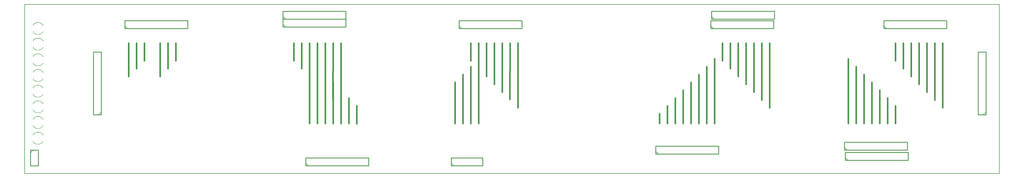
<source format=gto>
G04 MADE WITH FRITZING*
G04 WWW.FRITZING.ORG*
G04 SINGLE SIDED*
G04 HOLES NOT PLATED*
G04 CONTOUR ON CENTER OF CONTOUR VECTOR*
%ASAXBY*%
%FSLAX23Y23*%
%MOIN*%
%OFA0B0*%
%SFA1.0B1.0*%
%ADD10R,12.401600X2.162500X12.385600X2.146500*%
%ADD11C,0.008000*%
%ADD12C,0.010000*%
%ADD13C,0.005000*%
%ADD14C,0.021000*%
%ADD15R,0.001000X0.001000*%
%LNSILK1*%
G90*
G70*
G54D11*
X4Y2159D02*
X12398Y2159D01*
X12398Y4D01*
X4Y4D01*
X4Y2159D01*
D02*
G54D12*
X10426Y302D02*
X11226Y302D01*
D02*
X11226Y302D02*
X11226Y402D01*
D02*
X11226Y402D02*
X10426Y402D01*
D02*
X10426Y402D02*
X10426Y302D01*
G54D13*
D02*
X10461Y302D02*
X10426Y337D01*
G54D12*
D02*
X3576Y102D02*
X4376Y102D01*
D02*
X4376Y102D02*
X4376Y202D01*
D02*
X4376Y202D02*
X3576Y202D01*
D02*
X3576Y202D02*
X3576Y102D01*
G54D13*
D02*
X3611Y102D02*
X3576Y137D01*
G54D12*
D02*
X10926Y1852D02*
X11726Y1852D01*
D02*
X11726Y1852D02*
X11726Y1952D01*
D02*
X11726Y1952D02*
X10926Y1952D01*
D02*
X10926Y1952D02*
X10926Y1852D01*
G54D13*
D02*
X10961Y1852D02*
X10926Y1887D01*
G54D12*
D02*
X8026Y252D02*
X8826Y252D01*
D02*
X8826Y252D02*
X8826Y352D01*
D02*
X8826Y352D02*
X8026Y352D01*
D02*
X8026Y352D02*
X8026Y252D01*
G54D13*
D02*
X8061Y252D02*
X8026Y287D01*
G54D12*
D02*
X8726Y1852D02*
X9526Y1852D01*
D02*
X9526Y1852D02*
X9526Y1952D01*
D02*
X9526Y1952D02*
X8726Y1952D01*
D02*
X8726Y1952D02*
X8726Y1852D01*
G54D13*
D02*
X8761Y1852D02*
X8726Y1887D01*
G54D12*
D02*
X5426Y102D02*
X5826Y102D01*
D02*
X5826Y102D02*
X5826Y202D01*
D02*
X5826Y202D02*
X5426Y202D01*
D02*
X5426Y202D02*
X5426Y102D01*
G54D13*
D02*
X5461Y102D02*
X5426Y137D01*
G54D12*
D02*
X1276Y1852D02*
X2076Y1852D01*
D02*
X2076Y1852D02*
X2076Y1952D01*
D02*
X2076Y1952D02*
X1276Y1952D01*
D02*
X1276Y1952D02*
X1276Y1852D01*
G54D13*
D02*
X1311Y1852D02*
X1276Y1887D01*
G54D12*
D02*
X5526Y1852D02*
X6326Y1852D01*
D02*
X6326Y1852D02*
X6326Y1952D01*
D02*
X6326Y1952D02*
X5526Y1952D01*
D02*
X5526Y1952D02*
X5526Y1852D01*
G54D13*
D02*
X5561Y1852D02*
X5526Y1887D01*
G54D12*
D02*
X10436Y171D02*
X11236Y171D01*
D02*
X11236Y171D02*
X11236Y271D01*
D02*
X11236Y271D02*
X10436Y271D01*
D02*
X10436Y271D02*
X10436Y171D01*
G54D13*
D02*
X10471Y171D02*
X10436Y206D01*
G54D12*
D02*
X8736Y1971D02*
X9536Y1971D01*
D02*
X9536Y1971D02*
X9536Y2071D01*
D02*
X9536Y2071D02*
X8736Y2071D01*
D02*
X8736Y2071D02*
X8736Y1971D01*
G54D13*
D02*
X8771Y1971D02*
X8736Y2006D01*
G54D12*
D02*
X3286Y1971D02*
X4086Y1971D01*
D02*
X4086Y1971D02*
X4086Y2071D01*
D02*
X4086Y2071D02*
X3286Y2071D01*
D02*
X3286Y2071D02*
X3286Y1971D01*
G54D13*
D02*
X3321Y1971D02*
X3286Y2006D01*
G54D12*
D02*
X3286Y1871D02*
X4086Y1871D01*
D02*
X4086Y1871D02*
X4086Y1971D01*
D02*
X4086Y1971D02*
X3286Y1971D01*
D02*
X3286Y1971D02*
X3286Y1871D01*
G54D13*
D02*
X3321Y1871D02*
X3286Y1906D01*
G54D12*
D02*
X12226Y752D02*
X12226Y1552D01*
D02*
X12226Y1552D02*
X12126Y1552D01*
D02*
X12126Y1552D02*
X12126Y752D01*
D02*
X12126Y752D02*
X12226Y752D01*
G54D13*
D02*
X12226Y787D02*
X12191Y752D01*
G54D12*
D02*
X976Y752D02*
X976Y1552D01*
D02*
X976Y1552D02*
X876Y1552D01*
D02*
X876Y1552D02*
X876Y752D01*
D02*
X876Y752D02*
X976Y752D01*
G54D13*
D02*
X976Y787D02*
X941Y752D01*
G54D14*
D02*
X3726Y1140D02*
X3726Y1665D01*
D02*
X10576Y640D02*
X10576Y1365D01*
D02*
X10676Y640D02*
X10676Y1265D01*
D02*
X10776Y640D02*
X10776Y1165D01*
D02*
X10876Y640D02*
X10876Y1065D01*
D02*
X10476Y640D02*
X10476Y1465D01*
D02*
X8876Y1440D02*
X8876Y1665D01*
D02*
X9276Y1040D02*
X9276Y1665D01*
D02*
X9076Y1240D02*
X9076Y1665D01*
D02*
X9176Y1140D02*
X9176Y1665D01*
D02*
X11376Y1665D02*
X11376Y1140D01*
D02*
X10976Y640D02*
X10976Y965D01*
D02*
X11476Y1665D02*
X11476Y1040D01*
D02*
X11676Y1665D02*
X11676Y840D01*
D02*
X11576Y1665D02*
X11576Y940D01*
D02*
X9376Y940D02*
X9376Y1665D01*
D02*
X11276Y1665D02*
X11276Y1240D01*
D02*
X11076Y640D02*
X11076Y865D01*
D02*
X11176Y1665D02*
X11176Y1340D01*
D02*
X11076Y1440D02*
X11076Y1665D01*
D02*
X8976Y1340D02*
X8976Y1665D01*
D02*
X5676Y640D02*
X5676Y1365D01*
D02*
X6276Y840D02*
X6276Y1665D01*
D02*
X5576Y640D02*
X5576Y1265D01*
D02*
X5476Y640D02*
X5476Y1165D01*
D02*
X6076Y1040D02*
X6076Y1665D01*
D02*
X3826Y1040D02*
X3826Y1665D01*
D02*
X6172Y947D02*
X6176Y1665D01*
D02*
X3922Y947D02*
X3926Y1665D01*
D02*
X5976Y1140D02*
X5976Y1665D01*
D02*
X4026Y840D02*
X4026Y1665D01*
D02*
X9476Y840D02*
X9476Y1665D01*
D02*
X8376Y640D02*
X8376Y1065D01*
D02*
X8276Y640D02*
X8276Y965D01*
D02*
X8076Y640D02*
X8076Y765D01*
D02*
X8176Y640D02*
X8176Y865D01*
D02*
X5776Y640D02*
X5776Y1465D01*
D02*
X8676Y640D02*
X8676Y1365D01*
D02*
X8776Y640D02*
X8776Y1465D01*
D02*
X8576Y640D02*
X8576Y1265D01*
D02*
X8476Y640D02*
X8476Y1165D01*
D02*
X3626Y1240D02*
X3626Y1665D01*
D02*
X5876Y1240D02*
X5876Y1665D01*
D02*
X3526Y1340D02*
X3526Y1665D01*
D02*
X5776Y1340D02*
X5776Y1665D01*
D02*
X3426Y1440D02*
X3426Y1665D01*
D02*
X5676Y1440D02*
X5676Y1665D01*
D02*
X1326Y1240D02*
X1326Y1665D01*
D02*
X1726Y1240D02*
X1726Y1665D01*
D02*
X1426Y1340D02*
X1426Y1665D01*
D02*
X1826Y1340D02*
X1826Y1665D01*
D02*
X1526Y1440D02*
X1526Y1665D01*
D02*
X1926Y1440D02*
X1926Y1665D01*
D02*
X4226Y635D02*
X4226Y865D01*
D02*
X3626Y640D02*
X3626Y1465D01*
D02*
X3726Y640D02*
X3726Y1365D01*
D02*
X3826Y640D02*
X3826Y1265D01*
D02*
X4026Y640D02*
X4026Y1065D01*
D02*
X4126Y640D02*
X4126Y965D01*
D02*
X3926Y640D02*
X3926Y1165D01*
G54D12*
D02*
X76Y302D02*
X76Y102D01*
D02*
X76Y102D02*
X176Y102D01*
D02*
X176Y102D02*
X176Y302D01*
D02*
X176Y302D02*
X76Y302D01*
G54D13*
D02*
X76Y267D02*
X111Y302D01*
G54D15*
X168Y1932D02*
X178Y1932D01*
X160Y1931D02*
X186Y1931D01*
X154Y1930D02*
X191Y1930D01*
X151Y1929D02*
X195Y1929D01*
X148Y1928D02*
X198Y1928D01*
X145Y1927D02*
X164Y1927D01*
X181Y1927D02*
X201Y1927D01*
X142Y1926D02*
X158Y1926D01*
X187Y1926D02*
X203Y1926D01*
X140Y1925D02*
X153Y1925D01*
X192Y1925D02*
X206Y1925D01*
X138Y1924D02*
X150Y1924D01*
X195Y1924D02*
X208Y1924D01*
X136Y1923D02*
X147Y1923D01*
X198Y1923D02*
X210Y1923D01*
X134Y1922D02*
X144Y1922D01*
X201Y1922D02*
X211Y1922D01*
X132Y1921D02*
X142Y1921D01*
X203Y1921D02*
X213Y1921D01*
X131Y1920D02*
X140Y1920D01*
X205Y1920D02*
X215Y1920D01*
X129Y1919D02*
X138Y1919D01*
X207Y1919D02*
X216Y1919D01*
X128Y1918D02*
X136Y1918D01*
X209Y1918D02*
X218Y1918D01*
X126Y1917D02*
X134Y1917D01*
X211Y1917D02*
X219Y1917D01*
X125Y1916D02*
X133Y1916D01*
X213Y1916D02*
X221Y1916D01*
X124Y1915D02*
X131Y1915D01*
X214Y1915D02*
X222Y1915D01*
X122Y1914D02*
X130Y1914D01*
X215Y1914D02*
X223Y1914D01*
X121Y1913D02*
X128Y1913D01*
X217Y1913D02*
X224Y1913D01*
X120Y1912D02*
X127Y1912D01*
X218Y1912D02*
X225Y1912D01*
X119Y1911D02*
X126Y1911D01*
X220Y1911D02*
X226Y1911D01*
X118Y1910D02*
X125Y1910D01*
X221Y1910D02*
X227Y1910D01*
X117Y1909D02*
X123Y1909D01*
X222Y1909D02*
X228Y1909D01*
X116Y1908D02*
X122Y1908D01*
X223Y1908D02*
X229Y1908D01*
X115Y1907D02*
X121Y1907D01*
X224Y1907D02*
X230Y1907D01*
X114Y1906D02*
X120Y1906D01*
X225Y1906D02*
X231Y1906D01*
X113Y1905D02*
X119Y1905D01*
X226Y1905D02*
X232Y1905D01*
X112Y1904D02*
X118Y1904D01*
X227Y1904D02*
X233Y1904D01*
X112Y1903D02*
X117Y1903D01*
X228Y1903D02*
X234Y1903D01*
X111Y1902D02*
X116Y1902D01*
X229Y1902D02*
X235Y1902D01*
X110Y1901D02*
X116Y1901D01*
X230Y1901D02*
X235Y1901D01*
X109Y1900D02*
X115Y1900D01*
X231Y1900D02*
X236Y1900D01*
X109Y1899D02*
X114Y1899D01*
X231Y1899D02*
X237Y1899D01*
X109Y1898D02*
X113Y1898D01*
X232Y1898D02*
X238Y1898D01*
X109Y1897D02*
X113Y1897D01*
X233Y1897D02*
X238Y1897D01*
X109Y1896D02*
X113Y1896D01*
X234Y1896D02*
X239Y1896D01*
X109Y1895D02*
X113Y1895D01*
X234Y1895D02*
X240Y1895D01*
X109Y1894D02*
X113Y1894D01*
X235Y1894D02*
X240Y1894D01*
X109Y1893D02*
X113Y1893D01*
X236Y1893D02*
X241Y1893D01*
X109Y1892D02*
X113Y1892D01*
X236Y1892D02*
X241Y1892D01*
X109Y1891D02*
X113Y1891D01*
X237Y1891D02*
X240Y1891D01*
X109Y1890D02*
X113Y1890D01*
X109Y1889D02*
X113Y1889D01*
X109Y1888D02*
X113Y1888D01*
X109Y1887D02*
X113Y1887D01*
X109Y1886D02*
X113Y1886D01*
X110Y1885D02*
X113Y1885D01*
X111Y1884D02*
X111Y1884D01*
X111Y1822D02*
X112Y1822D01*
X110Y1821D02*
X113Y1821D01*
X109Y1820D02*
X113Y1820D01*
X109Y1819D02*
X113Y1819D01*
X109Y1818D02*
X113Y1818D01*
X109Y1817D02*
X113Y1817D01*
X239Y1817D02*
X240Y1817D01*
X109Y1816D02*
X113Y1816D01*
X238Y1816D02*
X241Y1816D01*
X109Y1815D02*
X113Y1815D01*
X237Y1815D02*
X241Y1815D01*
X109Y1814D02*
X113Y1814D01*
X236Y1814D02*
X241Y1814D01*
X109Y1813D02*
X113Y1813D01*
X236Y1813D02*
X241Y1813D01*
X109Y1812D02*
X113Y1812D01*
X235Y1812D02*
X240Y1812D01*
X109Y1811D02*
X113Y1811D01*
X234Y1811D02*
X239Y1811D01*
X109Y1810D02*
X113Y1810D01*
X234Y1810D02*
X239Y1810D01*
X109Y1809D02*
X113Y1809D01*
X233Y1809D02*
X238Y1809D01*
X109Y1808D02*
X113Y1808D01*
X232Y1808D02*
X237Y1808D01*
X109Y1807D02*
X114Y1807D01*
X231Y1807D02*
X237Y1807D01*
X109Y1806D02*
X115Y1806D01*
X230Y1806D02*
X236Y1806D01*
X110Y1805D02*
X116Y1805D01*
X230Y1805D02*
X235Y1805D01*
X111Y1804D02*
X117Y1804D01*
X229Y1804D02*
X234Y1804D01*
X112Y1803D02*
X117Y1803D01*
X228Y1803D02*
X234Y1803D01*
X113Y1802D02*
X118Y1802D01*
X227Y1802D02*
X233Y1802D01*
X113Y1801D02*
X119Y1801D01*
X226Y1801D02*
X232Y1801D01*
X114Y1800D02*
X120Y1800D01*
X225Y1800D02*
X231Y1800D01*
X115Y1799D02*
X121Y1799D01*
X224Y1799D02*
X230Y1799D01*
X116Y1798D02*
X123Y1798D01*
X223Y1798D02*
X229Y1798D01*
X117Y1797D02*
X124Y1797D01*
X222Y1797D02*
X228Y1797D01*
X118Y1796D02*
X125Y1796D01*
X221Y1796D02*
X227Y1796D01*
X119Y1795D02*
X126Y1795D01*
X219Y1795D02*
X226Y1795D01*
X120Y1794D02*
X127Y1794D01*
X218Y1794D02*
X225Y1794D01*
X121Y1793D02*
X129Y1793D01*
X217Y1793D02*
X224Y1793D01*
X123Y1792D02*
X130Y1792D01*
X215Y1792D02*
X223Y1792D01*
X124Y1791D02*
X132Y1791D01*
X214Y1791D02*
X221Y1791D01*
X125Y1790D02*
X133Y1790D01*
X212Y1790D02*
X220Y1790D01*
X127Y1789D02*
X135Y1789D01*
X211Y1789D02*
X219Y1789D01*
X128Y1788D02*
X137Y1788D01*
X209Y1788D02*
X217Y1788D01*
X129Y1787D02*
X138Y1787D01*
X207Y1787D02*
X216Y1787D01*
X131Y1786D02*
X140Y1786D01*
X205Y1786D02*
X214Y1786D01*
X133Y1785D02*
X143Y1785D01*
X203Y1785D02*
X213Y1785D01*
X134Y1784D02*
X145Y1784D01*
X200Y1784D02*
X211Y1784D01*
X136Y1783D02*
X148Y1783D01*
X198Y1783D02*
X209Y1783D01*
X138Y1782D02*
X151Y1782D01*
X195Y1782D02*
X207Y1782D01*
X140Y1781D02*
X154Y1781D01*
X191Y1781D02*
X205Y1781D01*
X143Y1780D02*
X159Y1780D01*
X187Y1780D02*
X202Y1780D01*
X145Y1779D02*
X166Y1779D01*
X179Y1779D02*
X200Y1779D01*
X148Y1778D02*
X197Y1778D01*
X151Y1777D02*
X194Y1777D01*
X155Y1776D02*
X190Y1776D01*
X160Y1775D02*
X185Y1775D01*
X167Y1732D02*
X179Y1732D01*
X159Y1731D02*
X187Y1731D01*
X154Y1730D02*
X192Y1730D01*
X151Y1729D02*
X195Y1729D01*
X147Y1728D02*
X198Y1728D01*
X145Y1727D02*
X164Y1727D01*
X181Y1727D02*
X201Y1727D01*
X142Y1726D02*
X157Y1726D01*
X188Y1726D02*
X203Y1726D01*
X140Y1725D02*
X153Y1725D01*
X192Y1725D02*
X206Y1725D01*
X138Y1724D02*
X150Y1724D01*
X195Y1724D02*
X208Y1724D01*
X136Y1723D02*
X147Y1723D01*
X199Y1723D02*
X210Y1723D01*
X134Y1722D02*
X144Y1722D01*
X201Y1722D02*
X211Y1722D01*
X132Y1721D02*
X142Y1721D01*
X203Y1721D02*
X213Y1721D01*
X131Y1720D02*
X140Y1720D01*
X206Y1720D02*
X215Y1720D01*
X129Y1719D02*
X138Y1719D01*
X207Y1719D02*
X216Y1719D01*
X128Y1718D02*
X136Y1718D01*
X209Y1718D02*
X218Y1718D01*
X126Y1717D02*
X134Y1717D01*
X211Y1717D02*
X219Y1717D01*
X125Y1716D02*
X133Y1716D01*
X213Y1716D02*
X221Y1716D01*
X124Y1715D02*
X131Y1715D01*
X214Y1715D02*
X222Y1715D01*
X122Y1714D02*
X130Y1714D01*
X216Y1714D02*
X223Y1714D01*
X121Y1713D02*
X128Y1713D01*
X217Y1713D02*
X224Y1713D01*
X120Y1712D02*
X127Y1712D01*
X218Y1712D02*
X225Y1712D01*
X119Y1711D02*
X126Y1711D01*
X220Y1711D02*
X226Y1711D01*
X118Y1710D02*
X124Y1710D01*
X221Y1710D02*
X227Y1710D01*
X117Y1709D02*
X123Y1709D01*
X222Y1709D02*
X228Y1709D01*
X116Y1708D02*
X122Y1708D01*
X223Y1708D02*
X229Y1708D01*
X115Y1707D02*
X121Y1707D01*
X224Y1707D02*
X230Y1707D01*
X114Y1706D02*
X120Y1706D01*
X225Y1706D02*
X231Y1706D01*
X113Y1705D02*
X119Y1705D01*
X226Y1705D02*
X232Y1705D01*
X112Y1704D02*
X118Y1704D01*
X227Y1704D02*
X233Y1704D01*
X112Y1703D02*
X117Y1703D01*
X228Y1703D02*
X234Y1703D01*
X111Y1702D02*
X116Y1702D01*
X229Y1702D02*
X235Y1702D01*
X110Y1701D02*
X116Y1701D01*
X230Y1701D02*
X235Y1701D01*
X109Y1700D02*
X115Y1700D01*
X231Y1700D02*
X236Y1700D01*
X109Y1699D02*
X114Y1699D01*
X232Y1699D02*
X237Y1699D01*
X109Y1698D02*
X113Y1698D01*
X232Y1698D02*
X238Y1698D01*
X109Y1697D02*
X113Y1697D01*
X233Y1697D02*
X238Y1697D01*
X109Y1696D02*
X113Y1696D01*
X234Y1696D02*
X239Y1696D01*
X109Y1695D02*
X113Y1695D01*
X234Y1695D02*
X240Y1695D01*
X109Y1694D02*
X113Y1694D01*
X235Y1694D02*
X240Y1694D01*
X109Y1693D02*
X113Y1693D01*
X236Y1693D02*
X241Y1693D01*
X109Y1692D02*
X113Y1692D01*
X236Y1692D02*
X241Y1692D01*
X109Y1691D02*
X113Y1691D01*
X237Y1691D02*
X240Y1691D01*
X109Y1690D02*
X113Y1690D01*
X109Y1689D02*
X113Y1689D01*
X109Y1688D02*
X113Y1688D01*
X109Y1687D02*
X113Y1687D01*
X109Y1686D02*
X113Y1686D01*
X110Y1685D02*
X113Y1685D01*
X111Y1684D02*
X111Y1684D01*
X110Y1622D02*
X112Y1622D01*
X110Y1621D02*
X113Y1621D01*
X109Y1620D02*
X113Y1620D01*
X109Y1619D02*
X113Y1619D01*
X109Y1618D02*
X113Y1618D01*
X109Y1617D02*
X113Y1617D01*
X239Y1617D02*
X240Y1617D01*
X109Y1616D02*
X113Y1616D01*
X237Y1616D02*
X241Y1616D01*
X109Y1615D02*
X113Y1615D01*
X237Y1615D02*
X241Y1615D01*
X109Y1614D02*
X113Y1614D01*
X236Y1614D02*
X241Y1614D01*
X109Y1613D02*
X113Y1613D01*
X236Y1613D02*
X241Y1613D01*
X109Y1612D02*
X113Y1612D01*
X235Y1612D02*
X240Y1612D01*
X109Y1611D02*
X113Y1611D01*
X234Y1611D02*
X239Y1611D01*
X109Y1610D02*
X113Y1610D01*
X234Y1610D02*
X239Y1610D01*
X109Y1609D02*
X113Y1609D01*
X233Y1609D02*
X238Y1609D01*
X109Y1608D02*
X113Y1608D01*
X232Y1608D02*
X237Y1608D01*
X109Y1607D02*
X114Y1607D01*
X231Y1607D02*
X237Y1607D01*
X109Y1606D02*
X115Y1606D01*
X230Y1606D02*
X236Y1606D01*
X110Y1605D02*
X116Y1605D01*
X230Y1605D02*
X235Y1605D01*
X111Y1604D02*
X117Y1604D01*
X229Y1604D02*
X234Y1604D01*
X112Y1603D02*
X118Y1603D01*
X228Y1603D02*
X234Y1603D01*
X113Y1602D02*
X118Y1602D01*
X227Y1602D02*
X233Y1602D01*
X113Y1601D02*
X119Y1601D01*
X226Y1601D02*
X232Y1601D01*
X114Y1600D02*
X120Y1600D01*
X225Y1600D02*
X231Y1600D01*
X115Y1599D02*
X121Y1599D01*
X224Y1599D02*
X230Y1599D01*
X116Y1598D02*
X123Y1598D01*
X223Y1598D02*
X229Y1598D01*
X117Y1597D02*
X124Y1597D01*
X222Y1597D02*
X228Y1597D01*
X118Y1596D02*
X125Y1596D01*
X221Y1596D02*
X227Y1596D01*
X119Y1595D02*
X126Y1595D01*
X219Y1595D02*
X226Y1595D01*
X120Y1594D02*
X127Y1594D01*
X218Y1594D02*
X225Y1594D01*
X121Y1593D02*
X129Y1593D01*
X217Y1593D02*
X224Y1593D01*
X123Y1592D02*
X130Y1592D01*
X215Y1592D02*
X223Y1592D01*
X124Y1591D02*
X132Y1591D01*
X214Y1591D02*
X221Y1591D01*
X125Y1590D02*
X133Y1590D01*
X212Y1590D02*
X220Y1590D01*
X127Y1589D02*
X135Y1589D01*
X211Y1589D02*
X219Y1589D01*
X128Y1588D02*
X137Y1588D01*
X209Y1588D02*
X217Y1588D01*
X130Y1587D02*
X139Y1587D01*
X207Y1587D02*
X216Y1587D01*
X131Y1586D02*
X140Y1586D01*
X205Y1586D02*
X214Y1586D01*
X133Y1585D02*
X143Y1585D01*
X203Y1585D02*
X213Y1585D01*
X134Y1584D02*
X145Y1584D01*
X200Y1584D02*
X211Y1584D01*
X136Y1583D02*
X148Y1583D01*
X198Y1583D02*
X209Y1583D01*
X138Y1582D02*
X151Y1582D01*
X195Y1582D02*
X207Y1582D01*
X140Y1581D02*
X154Y1581D01*
X191Y1581D02*
X205Y1581D01*
X143Y1580D02*
X159Y1580D01*
X186Y1580D02*
X202Y1580D01*
X145Y1579D02*
X167Y1579D01*
X178Y1579D02*
X200Y1579D01*
X148Y1578D02*
X197Y1578D01*
X151Y1577D02*
X194Y1577D01*
X155Y1576D02*
X190Y1576D01*
X160Y1575D02*
X184Y1575D01*
X167Y1532D02*
X179Y1532D01*
X159Y1531D02*
X187Y1531D01*
X154Y1530D02*
X192Y1530D01*
X151Y1529D02*
X195Y1529D01*
X147Y1528D02*
X198Y1528D01*
X145Y1527D02*
X163Y1527D01*
X182Y1527D02*
X201Y1527D01*
X142Y1526D02*
X157Y1526D01*
X188Y1526D02*
X203Y1526D01*
X140Y1525D02*
X153Y1525D01*
X192Y1525D02*
X206Y1525D01*
X138Y1524D02*
X150Y1524D01*
X196Y1524D02*
X208Y1524D01*
X136Y1523D02*
X147Y1523D01*
X199Y1523D02*
X210Y1523D01*
X134Y1522D02*
X144Y1522D01*
X201Y1522D02*
X212Y1522D01*
X132Y1521D02*
X142Y1521D01*
X203Y1521D02*
X213Y1521D01*
X131Y1520D02*
X140Y1520D01*
X206Y1520D02*
X215Y1520D01*
X129Y1519D02*
X138Y1519D01*
X207Y1519D02*
X216Y1519D01*
X128Y1518D02*
X136Y1518D01*
X209Y1518D02*
X218Y1518D01*
X126Y1517D02*
X134Y1517D01*
X211Y1517D02*
X219Y1517D01*
X125Y1516D02*
X133Y1516D01*
X213Y1516D02*
X221Y1516D01*
X124Y1515D02*
X131Y1515D01*
X214Y1515D02*
X222Y1515D01*
X122Y1514D02*
X129Y1514D01*
X216Y1514D02*
X223Y1514D01*
X121Y1513D02*
X128Y1513D01*
X217Y1513D02*
X224Y1513D01*
X120Y1512D02*
X127Y1512D01*
X218Y1512D02*
X225Y1512D01*
X119Y1511D02*
X126Y1511D01*
X220Y1511D02*
X227Y1511D01*
X118Y1510D02*
X124Y1510D01*
X221Y1510D02*
X227Y1510D01*
X117Y1509D02*
X123Y1509D01*
X222Y1509D02*
X228Y1509D01*
X116Y1508D02*
X122Y1508D01*
X223Y1508D02*
X229Y1508D01*
X115Y1507D02*
X121Y1507D01*
X224Y1507D02*
X230Y1507D01*
X114Y1506D02*
X120Y1506D01*
X225Y1506D02*
X231Y1506D01*
X113Y1505D02*
X119Y1505D01*
X226Y1505D02*
X232Y1505D01*
X112Y1504D02*
X118Y1504D01*
X227Y1504D02*
X233Y1504D01*
X112Y1503D02*
X117Y1503D01*
X228Y1503D02*
X234Y1503D01*
X111Y1502D02*
X116Y1502D01*
X229Y1502D02*
X235Y1502D01*
X110Y1501D02*
X116Y1501D01*
X230Y1501D02*
X235Y1501D01*
X109Y1500D02*
X115Y1500D01*
X231Y1500D02*
X236Y1500D01*
X109Y1499D02*
X114Y1499D01*
X232Y1499D02*
X237Y1499D01*
X109Y1498D02*
X113Y1498D01*
X232Y1498D02*
X238Y1498D01*
X109Y1497D02*
X113Y1497D01*
X233Y1497D02*
X238Y1497D01*
X109Y1496D02*
X113Y1496D01*
X234Y1496D02*
X239Y1496D01*
X109Y1495D02*
X113Y1495D01*
X234Y1495D02*
X240Y1495D01*
X109Y1494D02*
X113Y1494D01*
X235Y1494D02*
X240Y1494D01*
X109Y1493D02*
X113Y1493D01*
X236Y1493D02*
X241Y1493D01*
X109Y1492D02*
X113Y1492D01*
X236Y1492D02*
X241Y1492D01*
X109Y1491D02*
X113Y1491D01*
X237Y1491D02*
X240Y1491D01*
X109Y1490D02*
X113Y1490D01*
X109Y1489D02*
X113Y1489D01*
X109Y1488D02*
X113Y1488D01*
X109Y1487D02*
X113Y1487D01*
X109Y1486D02*
X113Y1486D01*
X110Y1485D02*
X113Y1485D01*
X110Y1422D02*
X112Y1422D01*
X109Y1421D02*
X113Y1421D01*
X109Y1420D02*
X113Y1420D01*
X109Y1419D02*
X113Y1419D01*
X109Y1418D02*
X113Y1418D01*
X109Y1417D02*
X113Y1417D01*
X238Y1417D02*
X240Y1417D01*
X109Y1416D02*
X113Y1416D01*
X237Y1416D02*
X241Y1416D01*
X109Y1415D02*
X113Y1415D01*
X237Y1415D02*
X241Y1415D01*
X109Y1414D02*
X113Y1414D01*
X236Y1414D02*
X241Y1414D01*
X109Y1413D02*
X113Y1413D01*
X236Y1413D02*
X241Y1413D01*
X109Y1412D02*
X113Y1412D01*
X235Y1412D02*
X240Y1412D01*
X109Y1411D02*
X113Y1411D01*
X234Y1411D02*
X239Y1411D01*
X109Y1410D02*
X113Y1410D01*
X234Y1410D02*
X239Y1410D01*
X109Y1409D02*
X113Y1409D01*
X233Y1409D02*
X238Y1409D01*
X109Y1408D02*
X113Y1408D01*
X232Y1408D02*
X237Y1408D01*
X109Y1407D02*
X114Y1407D01*
X231Y1407D02*
X237Y1407D01*
X109Y1406D02*
X115Y1406D01*
X230Y1406D02*
X236Y1406D01*
X110Y1405D02*
X116Y1405D01*
X230Y1405D02*
X235Y1405D01*
X111Y1404D02*
X117Y1404D01*
X229Y1404D02*
X234Y1404D01*
X112Y1403D02*
X118Y1403D01*
X228Y1403D02*
X234Y1403D01*
X113Y1402D02*
X118Y1402D01*
X227Y1402D02*
X233Y1402D01*
X113Y1401D02*
X119Y1401D01*
X226Y1401D02*
X232Y1401D01*
X114Y1400D02*
X120Y1400D01*
X225Y1400D02*
X231Y1400D01*
X115Y1399D02*
X122Y1399D01*
X224Y1399D02*
X230Y1399D01*
X116Y1398D02*
X123Y1398D01*
X223Y1398D02*
X229Y1398D01*
X117Y1397D02*
X124Y1397D01*
X222Y1397D02*
X228Y1397D01*
X118Y1396D02*
X125Y1396D01*
X220Y1396D02*
X227Y1396D01*
X119Y1395D02*
X126Y1395D01*
X219Y1395D02*
X226Y1395D01*
X120Y1394D02*
X127Y1394D01*
X218Y1394D02*
X225Y1394D01*
X122Y1393D02*
X129Y1393D01*
X217Y1393D02*
X224Y1393D01*
X123Y1392D02*
X130Y1392D01*
X215Y1392D02*
X223Y1392D01*
X124Y1391D02*
X132Y1391D01*
X214Y1391D02*
X221Y1391D01*
X125Y1390D02*
X133Y1390D01*
X212Y1390D02*
X220Y1390D01*
X127Y1389D02*
X135Y1389D01*
X211Y1389D02*
X219Y1389D01*
X128Y1388D02*
X137Y1388D01*
X209Y1388D02*
X217Y1388D01*
X130Y1387D02*
X139Y1387D01*
X207Y1387D02*
X216Y1387D01*
X131Y1386D02*
X141Y1386D01*
X205Y1386D02*
X214Y1386D01*
X133Y1385D02*
X143Y1385D01*
X203Y1385D02*
X213Y1385D01*
X135Y1384D02*
X145Y1384D01*
X200Y1384D02*
X211Y1384D01*
X136Y1383D02*
X148Y1383D01*
X198Y1383D02*
X209Y1383D01*
X138Y1382D02*
X151Y1382D01*
X195Y1382D02*
X207Y1382D01*
X140Y1381D02*
X155Y1381D01*
X191Y1381D02*
X205Y1381D01*
X143Y1380D02*
X159Y1380D01*
X186Y1380D02*
X202Y1380D01*
X145Y1379D02*
X167Y1379D01*
X178Y1379D02*
X200Y1379D01*
X148Y1378D02*
X197Y1378D01*
X152Y1377D02*
X193Y1377D01*
X156Y1376D02*
X190Y1376D01*
X161Y1375D02*
X184Y1375D01*
X166Y1332D02*
X180Y1332D01*
X159Y1331D02*
X187Y1331D01*
X154Y1330D02*
X192Y1330D01*
X150Y1329D02*
X195Y1329D01*
X147Y1328D02*
X199Y1328D01*
X145Y1327D02*
X163Y1327D01*
X182Y1327D02*
X201Y1327D01*
X142Y1326D02*
X157Y1326D01*
X188Y1326D02*
X204Y1326D01*
X140Y1325D02*
X153Y1325D01*
X192Y1325D02*
X206Y1325D01*
X138Y1324D02*
X149Y1324D01*
X196Y1324D02*
X208Y1324D01*
X136Y1323D02*
X147Y1323D01*
X199Y1323D02*
X210Y1323D01*
X134Y1322D02*
X144Y1322D01*
X201Y1322D02*
X212Y1322D01*
X132Y1321D02*
X142Y1321D01*
X203Y1321D02*
X213Y1321D01*
X131Y1320D02*
X140Y1320D01*
X206Y1320D02*
X215Y1320D01*
X129Y1319D02*
X138Y1319D01*
X208Y1319D02*
X216Y1319D01*
X127Y1318D02*
X136Y1318D01*
X209Y1318D02*
X218Y1318D01*
X126Y1317D02*
X134Y1317D01*
X211Y1317D02*
X219Y1317D01*
X125Y1316D02*
X133Y1316D01*
X213Y1316D02*
X221Y1316D01*
X124Y1315D02*
X131Y1315D01*
X214Y1315D02*
X222Y1315D01*
X122Y1314D02*
X129Y1314D01*
X216Y1314D02*
X223Y1314D01*
X121Y1313D02*
X128Y1313D01*
X217Y1313D02*
X224Y1313D01*
X120Y1312D02*
X127Y1312D01*
X219Y1312D02*
X225Y1312D01*
X119Y1311D02*
X126Y1311D01*
X220Y1311D02*
X227Y1311D01*
X118Y1310D02*
X124Y1310D01*
X221Y1310D02*
X228Y1310D01*
X117Y1309D02*
X123Y1309D01*
X222Y1309D02*
X229Y1309D01*
X116Y1308D02*
X122Y1308D01*
X223Y1308D02*
X230Y1308D01*
X115Y1307D02*
X121Y1307D01*
X224Y1307D02*
X230Y1307D01*
X114Y1306D02*
X120Y1306D01*
X225Y1306D02*
X231Y1306D01*
X113Y1305D02*
X119Y1305D01*
X226Y1305D02*
X232Y1305D01*
X112Y1304D02*
X118Y1304D01*
X227Y1304D02*
X233Y1304D01*
X111Y1303D02*
X117Y1303D01*
X228Y1303D02*
X234Y1303D01*
X111Y1302D02*
X116Y1302D01*
X229Y1302D02*
X235Y1302D01*
X110Y1301D02*
X115Y1301D01*
X230Y1301D02*
X236Y1301D01*
X109Y1300D02*
X115Y1300D01*
X231Y1300D02*
X236Y1300D01*
X109Y1299D02*
X114Y1299D01*
X232Y1299D02*
X237Y1299D01*
X109Y1298D02*
X113Y1298D01*
X232Y1298D02*
X238Y1298D01*
X109Y1297D02*
X113Y1297D01*
X233Y1297D02*
X238Y1297D01*
X109Y1296D02*
X113Y1296D01*
X234Y1296D02*
X239Y1296D01*
X109Y1295D02*
X113Y1295D01*
X235Y1295D02*
X240Y1295D01*
X109Y1294D02*
X113Y1294D01*
X235Y1294D02*
X240Y1294D01*
X109Y1293D02*
X113Y1293D01*
X236Y1293D02*
X241Y1293D01*
X109Y1292D02*
X113Y1292D01*
X236Y1292D02*
X241Y1292D01*
X109Y1291D02*
X113Y1291D01*
X237Y1291D02*
X240Y1291D01*
X109Y1290D02*
X113Y1290D01*
X109Y1289D02*
X113Y1289D01*
X109Y1288D02*
X113Y1288D01*
X109Y1287D02*
X113Y1287D01*
X109Y1286D02*
X113Y1286D01*
X110Y1285D02*
X113Y1285D01*
X110Y1222D02*
X112Y1222D01*
X109Y1221D02*
X113Y1221D01*
X109Y1220D02*
X113Y1220D01*
X109Y1219D02*
X113Y1219D01*
X109Y1218D02*
X113Y1218D01*
X109Y1217D02*
X113Y1217D01*
X238Y1217D02*
X240Y1217D01*
X109Y1216D02*
X113Y1216D01*
X237Y1216D02*
X241Y1216D01*
X109Y1215D02*
X113Y1215D01*
X237Y1215D02*
X241Y1215D01*
X109Y1214D02*
X113Y1214D01*
X236Y1214D02*
X241Y1214D01*
X109Y1213D02*
X113Y1213D01*
X236Y1213D02*
X241Y1213D01*
X109Y1212D02*
X113Y1212D01*
X235Y1212D02*
X240Y1212D01*
X109Y1211D02*
X113Y1211D01*
X234Y1211D02*
X239Y1211D01*
X109Y1210D02*
X113Y1210D01*
X233Y1210D02*
X239Y1210D01*
X109Y1209D02*
X113Y1209D01*
X233Y1209D02*
X238Y1209D01*
X109Y1208D02*
X113Y1208D01*
X232Y1208D02*
X237Y1208D01*
X109Y1207D02*
X114Y1207D01*
X231Y1207D02*
X237Y1207D01*
X109Y1206D02*
X115Y1206D01*
X230Y1206D02*
X236Y1206D01*
X110Y1205D02*
X116Y1205D01*
X229Y1205D02*
X235Y1205D01*
X111Y1204D02*
X117Y1204D01*
X229Y1204D02*
X234Y1204D01*
X112Y1203D02*
X118Y1203D01*
X228Y1203D02*
X233Y1203D01*
X113Y1202D02*
X119Y1202D01*
X227Y1202D02*
X233Y1202D01*
X113Y1201D02*
X119Y1201D01*
X226Y1201D02*
X232Y1201D01*
X114Y1200D02*
X121Y1200D01*
X225Y1200D02*
X231Y1200D01*
X115Y1199D02*
X122Y1199D01*
X224Y1199D02*
X230Y1199D01*
X116Y1198D02*
X123Y1198D01*
X223Y1198D02*
X229Y1198D01*
X117Y1197D02*
X124Y1197D01*
X222Y1197D02*
X228Y1197D01*
X118Y1196D02*
X125Y1196D01*
X220Y1196D02*
X227Y1196D01*
X119Y1195D02*
X126Y1195D01*
X219Y1195D02*
X226Y1195D01*
X120Y1194D02*
X127Y1194D01*
X218Y1194D02*
X225Y1194D01*
X122Y1193D02*
X129Y1193D01*
X217Y1193D02*
X224Y1193D01*
X123Y1192D02*
X130Y1192D01*
X215Y1192D02*
X222Y1192D01*
X124Y1191D02*
X132Y1191D01*
X214Y1191D02*
X221Y1191D01*
X125Y1190D02*
X133Y1190D01*
X212Y1190D02*
X220Y1190D01*
X127Y1189D02*
X135Y1189D01*
X211Y1189D02*
X219Y1189D01*
X128Y1188D02*
X137Y1188D01*
X209Y1188D02*
X217Y1188D01*
X130Y1187D02*
X139Y1187D01*
X207Y1187D02*
X216Y1187D01*
X131Y1186D02*
X141Y1186D01*
X205Y1186D02*
X214Y1186D01*
X133Y1185D02*
X143Y1185D01*
X203Y1185D02*
X212Y1185D01*
X135Y1184D02*
X145Y1184D01*
X200Y1184D02*
X211Y1184D01*
X137Y1183D02*
X148Y1183D01*
X198Y1183D02*
X209Y1183D01*
X138Y1182D02*
X151Y1182D01*
X194Y1182D02*
X207Y1182D01*
X141Y1181D02*
X155Y1181D01*
X191Y1181D02*
X205Y1181D01*
X143Y1180D02*
X160Y1180D01*
X186Y1180D02*
X202Y1180D01*
X145Y1179D02*
X168Y1179D01*
X177Y1179D02*
X200Y1179D01*
X148Y1178D02*
X197Y1178D01*
X152Y1177D02*
X193Y1177D01*
X156Y1176D02*
X189Y1176D01*
X161Y1175D02*
X184Y1175D01*
X166Y1132D02*
X180Y1132D01*
X159Y1131D02*
X187Y1131D01*
X154Y1130D02*
X192Y1130D01*
X150Y1129D02*
X195Y1129D01*
X147Y1128D02*
X199Y1128D01*
X144Y1127D02*
X162Y1127D01*
X183Y1127D02*
X201Y1127D01*
X142Y1126D02*
X157Y1126D01*
X188Y1126D02*
X204Y1126D01*
X140Y1125D02*
X153Y1125D01*
X193Y1125D02*
X206Y1125D01*
X138Y1124D02*
X149Y1124D01*
X196Y1124D02*
X208Y1124D01*
X136Y1123D02*
X146Y1123D01*
X199Y1123D02*
X210Y1123D01*
X134Y1122D02*
X144Y1122D01*
X201Y1122D02*
X212Y1122D01*
X132Y1121D02*
X141Y1121D01*
X204Y1121D02*
X214Y1121D01*
X131Y1120D02*
X139Y1120D01*
X206Y1120D02*
X215Y1120D01*
X129Y1119D02*
X138Y1119D01*
X208Y1119D02*
X216Y1119D01*
X127Y1118D02*
X136Y1118D01*
X209Y1118D02*
X218Y1118D01*
X126Y1117D02*
X134Y1117D01*
X211Y1117D02*
X219Y1117D01*
X125Y1116D02*
X132Y1116D01*
X213Y1116D02*
X221Y1116D01*
X124Y1115D02*
X131Y1115D01*
X214Y1115D02*
X222Y1115D01*
X122Y1114D02*
X129Y1114D01*
X216Y1114D02*
X223Y1114D01*
X121Y1113D02*
X128Y1113D01*
X217Y1113D02*
X224Y1113D01*
X120Y1112D02*
X127Y1112D01*
X219Y1112D02*
X226Y1112D01*
X119Y1111D02*
X126Y1111D01*
X220Y1111D02*
X227Y1111D01*
X118Y1110D02*
X124Y1110D01*
X221Y1110D02*
X228Y1110D01*
X117Y1109D02*
X123Y1109D01*
X222Y1109D02*
X229Y1109D01*
X116Y1108D02*
X122Y1108D01*
X223Y1108D02*
X230Y1108D01*
X115Y1107D02*
X121Y1107D01*
X224Y1107D02*
X231Y1107D01*
X114Y1106D02*
X120Y1106D01*
X225Y1106D02*
X231Y1106D01*
X113Y1105D02*
X119Y1105D01*
X226Y1105D02*
X232Y1105D01*
X112Y1104D02*
X118Y1104D01*
X227Y1104D02*
X233Y1104D01*
X111Y1103D02*
X117Y1103D01*
X228Y1103D02*
X234Y1103D01*
X111Y1102D02*
X116Y1102D01*
X229Y1102D02*
X235Y1102D01*
X110Y1101D02*
X115Y1101D01*
X230Y1101D02*
X236Y1101D01*
X109Y1100D02*
X115Y1100D01*
X231Y1100D02*
X236Y1100D01*
X109Y1099D02*
X114Y1099D01*
X232Y1099D02*
X237Y1099D01*
X109Y1098D02*
X113Y1098D01*
X232Y1098D02*
X238Y1098D01*
X109Y1097D02*
X113Y1097D01*
X233Y1097D02*
X238Y1097D01*
X109Y1096D02*
X113Y1096D01*
X234Y1096D02*
X239Y1096D01*
X109Y1095D02*
X113Y1095D01*
X235Y1095D02*
X240Y1095D01*
X109Y1094D02*
X113Y1094D01*
X235Y1094D02*
X240Y1094D01*
X109Y1093D02*
X113Y1093D01*
X236Y1093D02*
X241Y1093D01*
X109Y1092D02*
X113Y1092D01*
X237Y1092D02*
X241Y1092D01*
X109Y1091D02*
X113Y1091D01*
X237Y1091D02*
X240Y1091D01*
X109Y1090D02*
X113Y1090D01*
X109Y1089D02*
X113Y1089D01*
X109Y1088D02*
X113Y1088D01*
X109Y1087D02*
X113Y1087D01*
X109Y1086D02*
X113Y1086D01*
X110Y1085D02*
X113Y1085D01*
X110Y1022D02*
X112Y1022D01*
X109Y1021D02*
X113Y1021D01*
X109Y1020D02*
X113Y1020D01*
X109Y1019D02*
X113Y1019D01*
X109Y1018D02*
X113Y1018D01*
X109Y1017D02*
X113Y1017D01*
X238Y1017D02*
X240Y1017D01*
X109Y1016D02*
X113Y1016D01*
X237Y1016D02*
X241Y1016D01*
X109Y1015D02*
X113Y1015D01*
X237Y1015D02*
X241Y1015D01*
X109Y1014D02*
X113Y1014D01*
X236Y1014D02*
X241Y1014D01*
X109Y1013D02*
X113Y1013D01*
X236Y1013D02*
X241Y1013D01*
X109Y1012D02*
X113Y1012D01*
X235Y1012D02*
X240Y1012D01*
X109Y1011D02*
X113Y1011D01*
X234Y1011D02*
X239Y1011D01*
X109Y1010D02*
X113Y1010D01*
X233Y1010D02*
X239Y1010D01*
X109Y1009D02*
X113Y1009D01*
X233Y1009D02*
X238Y1009D01*
X109Y1008D02*
X113Y1008D01*
X232Y1008D02*
X237Y1008D01*
X109Y1007D02*
X114Y1007D01*
X231Y1007D02*
X237Y1007D01*
X110Y1006D02*
X115Y1006D01*
X230Y1006D02*
X236Y1006D01*
X110Y1005D02*
X116Y1005D01*
X229Y1005D02*
X235Y1005D01*
X111Y1004D02*
X117Y1004D01*
X229Y1004D02*
X234Y1004D01*
X112Y1003D02*
X118Y1003D01*
X228Y1003D02*
X233Y1003D01*
X113Y1002D02*
X119Y1002D01*
X227Y1002D02*
X233Y1002D01*
X114Y1001D02*
X120Y1001D01*
X226Y1001D02*
X232Y1001D01*
X114Y1000D02*
X121Y1000D01*
X225Y1000D02*
X231Y1000D01*
X115Y999D02*
X122Y999D01*
X224Y999D02*
X230Y999D01*
X116Y998D02*
X123Y998D01*
X223Y998D02*
X229Y998D01*
X117Y997D02*
X124Y997D01*
X222Y997D02*
X228Y997D01*
X118Y996D02*
X125Y996D01*
X220Y996D02*
X227Y996D01*
X119Y995D02*
X126Y995D01*
X219Y995D02*
X226Y995D01*
X120Y994D02*
X128Y994D01*
X218Y994D02*
X225Y994D01*
X122Y993D02*
X129Y993D01*
X217Y993D02*
X224Y993D01*
X123Y992D02*
X130Y992D01*
X215Y992D02*
X222Y992D01*
X124Y991D02*
X132Y991D01*
X214Y991D02*
X221Y991D01*
X125Y990D02*
X133Y990D01*
X212Y990D02*
X220Y990D01*
X127Y989D02*
X135Y989D01*
X211Y989D02*
X219Y989D01*
X128Y988D02*
X137Y988D01*
X209Y988D02*
X217Y988D01*
X130Y987D02*
X139Y987D01*
X207Y987D02*
X216Y987D01*
X131Y986D02*
X141Y986D01*
X205Y986D02*
X214Y986D01*
X133Y985D02*
X143Y985D01*
X203Y985D02*
X212Y985D01*
X135Y984D02*
X146Y984D01*
X200Y984D02*
X211Y984D01*
X137Y983D02*
X148Y983D01*
X198Y983D02*
X209Y983D01*
X138Y982D02*
X151Y982D01*
X194Y982D02*
X207Y982D01*
X141Y981D02*
X155Y981D01*
X191Y981D02*
X205Y981D01*
X143Y980D02*
X160Y980D01*
X186Y980D02*
X202Y980D01*
X146Y979D02*
X168Y979D01*
X177Y979D02*
X199Y979D01*
X149Y978D02*
X197Y978D01*
X152Y977D02*
X193Y977D01*
X156Y976D02*
X189Y976D01*
X161Y975D02*
X184Y975D01*
X165Y932D02*
X181Y932D01*
X158Y931D02*
X187Y931D01*
X154Y930D02*
X192Y930D01*
X150Y929D02*
X196Y929D01*
X147Y928D02*
X199Y928D01*
X144Y927D02*
X162Y927D01*
X183Y927D02*
X201Y927D01*
X142Y926D02*
X156Y926D01*
X189Y926D02*
X204Y926D01*
X139Y925D02*
X153Y925D01*
X193Y925D02*
X206Y925D01*
X138Y924D02*
X149Y924D01*
X196Y924D02*
X208Y924D01*
X136Y923D02*
X146Y923D01*
X199Y923D02*
X210Y923D01*
X134Y922D02*
X144Y922D01*
X201Y922D02*
X212Y922D01*
X132Y921D02*
X141Y921D01*
X204Y921D02*
X214Y921D01*
X130Y920D02*
X139Y920D01*
X206Y920D02*
X215Y920D01*
X129Y919D02*
X137Y919D01*
X208Y919D02*
X217Y919D01*
X127Y918D02*
X136Y918D01*
X210Y918D02*
X218Y918D01*
X126Y917D02*
X134Y917D01*
X211Y917D02*
X220Y917D01*
X125Y916D02*
X132Y916D01*
X213Y916D02*
X221Y916D01*
X123Y915D02*
X131Y915D01*
X214Y915D02*
X222Y915D01*
X122Y914D02*
X129Y914D01*
X216Y914D02*
X223Y914D01*
X121Y913D02*
X128Y913D01*
X217Y913D02*
X224Y913D01*
X120Y912D02*
X127Y912D01*
X219Y912D02*
X226Y912D01*
X119Y911D02*
X125Y911D01*
X220Y911D02*
X227Y911D01*
X118Y910D02*
X124Y910D01*
X221Y910D02*
X228Y910D01*
X117Y909D02*
X123Y909D01*
X222Y909D02*
X229Y909D01*
X116Y908D02*
X122Y908D01*
X223Y908D02*
X230Y908D01*
X115Y907D02*
X121Y907D01*
X224Y907D02*
X231Y907D01*
X114Y906D02*
X120Y906D01*
X225Y906D02*
X232Y906D01*
X113Y905D02*
X119Y905D01*
X226Y905D02*
X232Y905D01*
X112Y904D02*
X118Y904D01*
X227Y904D02*
X233Y904D01*
X111Y903D02*
X117Y903D01*
X228Y903D02*
X234Y903D01*
X111Y902D02*
X116Y902D01*
X229Y902D02*
X235Y902D01*
X110Y901D02*
X115Y901D01*
X230Y901D02*
X236Y901D01*
X109Y900D02*
X115Y900D01*
X231Y900D02*
X236Y900D01*
X109Y899D02*
X114Y899D01*
X232Y899D02*
X237Y899D01*
X109Y898D02*
X113Y898D01*
X232Y898D02*
X238Y898D01*
X109Y897D02*
X113Y897D01*
X233Y897D02*
X238Y897D01*
X109Y896D02*
X113Y896D01*
X234Y896D02*
X239Y896D01*
X109Y895D02*
X113Y895D01*
X235Y895D02*
X240Y895D01*
X109Y894D02*
X113Y894D01*
X235Y894D02*
X240Y894D01*
X109Y893D02*
X113Y893D01*
X236Y893D02*
X241Y893D01*
X109Y892D02*
X113Y892D01*
X237Y892D02*
X240Y892D01*
X109Y891D02*
X113Y891D01*
X237Y891D02*
X240Y891D01*
X109Y890D02*
X113Y890D01*
X109Y889D02*
X113Y889D01*
X109Y888D02*
X113Y888D01*
X109Y887D02*
X113Y887D01*
X109Y886D02*
X113Y886D01*
X110Y885D02*
X113Y885D01*
X110Y822D02*
X112Y822D01*
X109Y821D02*
X113Y821D01*
X109Y820D02*
X113Y820D01*
X109Y819D02*
X113Y819D01*
X109Y818D02*
X113Y818D01*
X109Y817D02*
X113Y817D01*
X238Y817D02*
X240Y817D01*
X109Y816D02*
X113Y816D01*
X237Y816D02*
X241Y816D01*
X109Y815D02*
X113Y815D01*
X237Y815D02*
X241Y815D01*
X109Y814D02*
X113Y814D01*
X236Y814D02*
X241Y814D01*
X109Y813D02*
X113Y813D01*
X235Y813D02*
X241Y813D01*
X109Y812D02*
X113Y812D01*
X235Y812D02*
X240Y812D01*
X109Y811D02*
X113Y811D01*
X234Y811D02*
X239Y811D01*
X109Y810D02*
X113Y810D01*
X233Y810D02*
X239Y810D01*
X109Y809D02*
X113Y809D01*
X233Y809D02*
X238Y809D01*
X109Y808D02*
X113Y808D01*
X232Y808D02*
X237Y808D01*
X109Y807D02*
X114Y807D01*
X231Y807D02*
X237Y807D01*
X110Y806D02*
X115Y806D01*
X230Y806D02*
X236Y806D01*
X110Y805D02*
X116Y805D01*
X229Y805D02*
X235Y805D01*
X111Y804D02*
X117Y804D01*
X229Y804D02*
X234Y804D01*
X112Y803D02*
X118Y803D01*
X228Y803D02*
X233Y803D01*
X113Y802D02*
X119Y802D01*
X227Y802D02*
X233Y802D01*
X114Y801D02*
X120Y801D01*
X226Y801D02*
X232Y801D01*
X114Y800D02*
X121Y800D01*
X225Y800D02*
X231Y800D01*
X115Y799D02*
X122Y799D01*
X224Y799D02*
X230Y799D01*
X116Y798D02*
X123Y798D01*
X223Y798D02*
X229Y798D01*
X117Y797D02*
X124Y797D01*
X222Y797D02*
X228Y797D01*
X118Y796D02*
X125Y796D01*
X220Y796D02*
X227Y796D01*
X119Y795D02*
X126Y795D01*
X219Y795D02*
X226Y795D01*
X121Y794D02*
X128Y794D01*
X218Y794D02*
X225Y794D01*
X122Y793D02*
X129Y793D01*
X217Y793D02*
X224Y793D01*
X123Y792D02*
X131Y792D01*
X215Y792D02*
X222Y792D01*
X124Y791D02*
X132Y791D01*
X214Y791D02*
X221Y791D01*
X125Y790D02*
X133Y790D01*
X212Y790D02*
X220Y790D01*
X127Y789D02*
X135Y789D01*
X210Y789D02*
X219Y789D01*
X128Y788D02*
X137Y788D01*
X209Y788D02*
X217Y788D01*
X130Y787D02*
X139Y787D01*
X207Y787D02*
X215Y787D01*
X131Y786D02*
X141Y786D01*
X205Y786D02*
X214Y786D01*
X133Y785D02*
X143Y785D01*
X202Y785D02*
X212Y785D01*
X135Y784D02*
X146Y784D01*
X200Y784D02*
X210Y784D01*
X137Y783D02*
X148Y783D01*
X197Y783D02*
X209Y783D01*
X139Y782D02*
X152Y782D01*
X194Y782D02*
X207Y782D01*
X141Y781D02*
X155Y781D01*
X191Y781D02*
X204Y781D01*
X143Y780D02*
X160Y780D01*
X185Y780D02*
X202Y780D01*
X146Y779D02*
X174Y779D01*
X176Y779D02*
X199Y779D01*
X149Y778D02*
X196Y778D01*
X152Y777D02*
X193Y777D01*
X156Y776D02*
X189Y776D01*
X161Y775D02*
X183Y775D01*
X165Y732D02*
X181Y732D01*
X158Y731D02*
X188Y731D01*
X153Y730D02*
X192Y730D01*
X150Y729D02*
X196Y729D01*
X147Y728D02*
X199Y728D01*
X144Y727D02*
X162Y727D01*
X183Y727D02*
X201Y727D01*
X142Y726D02*
X156Y726D01*
X189Y726D02*
X204Y726D01*
X139Y725D02*
X152Y725D01*
X193Y725D02*
X206Y725D01*
X137Y724D02*
X149Y724D01*
X196Y724D02*
X208Y724D01*
X135Y723D02*
X146Y723D01*
X199Y723D02*
X210Y723D01*
X134Y722D02*
X144Y722D01*
X201Y722D02*
X212Y722D01*
X132Y721D02*
X141Y721D01*
X204Y721D02*
X214Y721D01*
X130Y720D02*
X139Y720D01*
X206Y720D02*
X215Y720D01*
X129Y719D02*
X137Y719D01*
X208Y719D02*
X217Y719D01*
X127Y718D02*
X135Y718D01*
X210Y718D02*
X218Y718D01*
X126Y717D02*
X134Y717D01*
X211Y717D02*
X220Y717D01*
X125Y716D02*
X132Y716D01*
X213Y716D02*
X221Y716D01*
X123Y715D02*
X131Y715D01*
X214Y715D02*
X222Y715D01*
X122Y714D02*
X129Y714D01*
X216Y714D02*
X223Y714D01*
X121Y713D02*
X128Y713D01*
X217Y713D02*
X224Y713D01*
X120Y712D02*
X127Y712D01*
X219Y712D02*
X226Y712D01*
X119Y711D02*
X125Y711D01*
X220Y711D02*
X227Y711D01*
X118Y710D02*
X124Y710D01*
X221Y710D02*
X228Y710D01*
X117Y709D02*
X123Y709D01*
X222Y709D02*
X229Y709D01*
X116Y708D02*
X122Y708D01*
X223Y708D02*
X230Y708D01*
X115Y707D02*
X121Y707D01*
X224Y707D02*
X231Y707D01*
X114Y706D02*
X120Y706D01*
X225Y706D02*
X232Y706D01*
X113Y705D02*
X119Y705D01*
X226Y705D02*
X232Y705D01*
X112Y704D02*
X118Y704D01*
X227Y704D02*
X233Y704D01*
X111Y703D02*
X117Y703D01*
X228Y703D02*
X234Y703D01*
X111Y702D02*
X116Y702D01*
X229Y702D02*
X235Y702D01*
X110Y701D02*
X115Y701D01*
X230Y701D02*
X236Y701D01*
X109Y700D02*
X115Y700D01*
X231Y700D02*
X236Y700D01*
X109Y699D02*
X114Y699D01*
X232Y699D02*
X237Y699D01*
X109Y698D02*
X113Y698D01*
X233Y698D02*
X238Y698D01*
X109Y697D02*
X113Y697D01*
X233Y697D02*
X238Y697D01*
X109Y696D02*
X113Y696D01*
X234Y696D02*
X239Y696D01*
X109Y695D02*
X113Y695D01*
X235Y695D02*
X240Y695D01*
X109Y694D02*
X113Y694D01*
X235Y694D02*
X240Y694D01*
X109Y693D02*
X113Y693D01*
X236Y693D02*
X241Y693D01*
X109Y692D02*
X113Y692D01*
X237Y692D02*
X240Y692D01*
X109Y691D02*
X113Y691D01*
X237Y691D02*
X240Y691D01*
X109Y690D02*
X113Y690D01*
X109Y689D02*
X113Y689D01*
X109Y688D02*
X113Y688D01*
X109Y687D02*
X113Y687D01*
X109Y686D02*
X113Y686D01*
X110Y685D02*
X113Y685D01*
X110Y622D02*
X112Y622D01*
X109Y621D02*
X113Y621D01*
X109Y620D02*
X113Y620D01*
X109Y619D02*
X113Y619D01*
X109Y618D02*
X113Y618D01*
X109Y617D02*
X113Y617D01*
X238Y617D02*
X240Y617D01*
X109Y616D02*
X113Y616D01*
X237Y616D02*
X241Y616D01*
X109Y615D02*
X113Y615D01*
X237Y615D02*
X241Y615D01*
X109Y614D02*
X113Y614D01*
X236Y614D02*
X241Y614D01*
X109Y613D02*
X113Y613D01*
X235Y613D02*
X240Y613D01*
X109Y612D02*
X113Y612D01*
X235Y612D02*
X240Y612D01*
X109Y611D02*
X113Y611D01*
X234Y611D02*
X239Y611D01*
X109Y610D02*
X113Y610D01*
X233Y610D02*
X239Y610D01*
X109Y609D02*
X113Y609D01*
X233Y609D02*
X238Y609D01*
X109Y608D02*
X113Y608D01*
X232Y608D02*
X237Y608D01*
X109Y607D02*
X114Y607D01*
X231Y607D02*
X237Y607D01*
X110Y606D02*
X115Y606D01*
X230Y606D02*
X236Y606D01*
X110Y605D02*
X116Y605D01*
X229Y605D02*
X235Y605D01*
X111Y604D02*
X117Y604D01*
X229Y604D02*
X234Y604D01*
X112Y603D02*
X118Y603D01*
X228Y603D02*
X233Y603D01*
X113Y602D02*
X119Y602D01*
X227Y602D02*
X233Y602D01*
X114Y601D02*
X120Y601D01*
X226Y601D02*
X232Y601D01*
X115Y600D02*
X121Y600D01*
X225Y600D02*
X231Y600D01*
X115Y599D02*
X122Y599D01*
X224Y599D02*
X230Y599D01*
X116Y598D02*
X123Y598D01*
X223Y598D02*
X229Y598D01*
X117Y597D02*
X124Y597D01*
X222Y597D02*
X228Y597D01*
X118Y596D02*
X125Y596D01*
X220Y596D02*
X227Y596D01*
X120Y595D02*
X126Y595D01*
X219Y595D02*
X226Y595D01*
X121Y594D02*
X128Y594D01*
X218Y594D02*
X225Y594D01*
X122Y593D02*
X129Y593D01*
X217Y593D02*
X224Y593D01*
X123Y592D02*
X131Y592D01*
X215Y592D02*
X222Y592D01*
X124Y591D02*
X132Y591D01*
X213Y591D02*
X221Y591D01*
X125Y590D02*
X134Y590D01*
X212Y590D02*
X220Y590D01*
X127Y589D02*
X135Y589D01*
X210Y589D02*
X218Y589D01*
X128Y588D02*
X137Y588D01*
X208Y588D02*
X217Y588D01*
X130Y587D02*
X139Y587D01*
X207Y587D02*
X215Y587D01*
X131Y586D02*
X141Y586D01*
X205Y586D02*
X214Y586D01*
X133Y585D02*
X143Y585D01*
X202Y585D02*
X212Y585D01*
X135Y584D02*
X146Y584D01*
X200Y584D02*
X210Y584D01*
X137Y583D02*
X148Y583D01*
X197Y583D02*
X208Y583D01*
X139Y582D02*
X152Y582D01*
X194Y582D02*
X206Y582D01*
X141Y581D02*
X155Y581D01*
X190Y581D02*
X204Y581D01*
X143Y580D02*
X160Y580D01*
X185Y580D02*
X202Y580D01*
X146Y579D02*
X199Y579D01*
X149Y578D02*
X196Y578D01*
X152Y577D02*
X193Y577D01*
X156Y576D02*
X189Y576D01*
X162Y575D02*
X183Y575D01*
X164Y532D02*
X181Y532D01*
X158Y531D02*
X188Y531D01*
X153Y530D02*
X193Y530D01*
X150Y529D02*
X196Y529D01*
X147Y528D02*
X199Y528D01*
X144Y527D02*
X161Y527D01*
X184Y527D02*
X202Y527D01*
X142Y526D02*
X156Y526D01*
X189Y526D02*
X204Y526D01*
X139Y525D02*
X152Y525D01*
X193Y525D02*
X206Y525D01*
X137Y524D02*
X149Y524D01*
X196Y524D02*
X208Y524D01*
X135Y523D02*
X146Y523D01*
X199Y523D02*
X210Y523D01*
X133Y522D02*
X144Y522D01*
X202Y522D02*
X212Y522D01*
X132Y521D02*
X141Y521D01*
X204Y521D02*
X214Y521D01*
X130Y520D02*
X139Y520D01*
X206Y520D02*
X215Y520D01*
X129Y519D02*
X137Y519D01*
X208Y519D02*
X217Y519D01*
X127Y518D02*
X135Y518D01*
X210Y518D02*
X218Y518D01*
X126Y517D02*
X134Y517D01*
X212Y517D02*
X220Y517D01*
X125Y516D02*
X132Y516D01*
X213Y516D02*
X221Y516D01*
X123Y515D02*
X131Y515D01*
X214Y515D02*
X222Y515D01*
X122Y514D02*
X129Y514D01*
X216Y514D02*
X223Y514D01*
X121Y513D02*
X128Y513D01*
X217Y513D02*
X225Y513D01*
X120Y512D02*
X127Y512D01*
X219Y512D02*
X226Y512D01*
X119Y511D02*
X125Y511D01*
X220Y511D02*
X227Y511D01*
X118Y510D02*
X124Y510D01*
X221Y510D02*
X228Y510D01*
X117Y509D02*
X123Y509D01*
X222Y509D02*
X229Y509D01*
X116Y508D02*
X122Y508D01*
X224Y508D02*
X230Y508D01*
X115Y507D02*
X121Y507D01*
X225Y507D02*
X231Y507D01*
X114Y506D02*
X120Y506D01*
X226Y506D02*
X232Y506D01*
X113Y505D02*
X119Y505D01*
X226Y505D02*
X232Y505D01*
X112Y504D02*
X118Y504D01*
X227Y504D02*
X233Y504D01*
X111Y503D02*
X117Y503D01*
X228Y503D02*
X234Y503D01*
X110Y502D02*
X116Y502D01*
X229Y502D02*
X235Y502D01*
X110Y501D02*
X115Y501D01*
X230Y501D02*
X236Y501D01*
X109Y500D02*
X114Y500D01*
X231Y500D02*
X236Y500D01*
X109Y499D02*
X114Y499D01*
X232Y499D02*
X237Y499D01*
X109Y498D02*
X113Y498D01*
X233Y498D02*
X238Y498D01*
X109Y497D02*
X113Y497D01*
X233Y497D02*
X238Y497D01*
X109Y496D02*
X113Y496D01*
X234Y496D02*
X239Y496D01*
X109Y495D02*
X113Y495D01*
X235Y495D02*
X240Y495D01*
X109Y494D02*
X113Y494D01*
X235Y494D02*
X240Y494D01*
X109Y493D02*
X113Y493D01*
X236Y493D02*
X241Y493D01*
X109Y492D02*
X113Y492D01*
X237Y492D02*
X240Y492D01*
X109Y491D02*
X113Y491D01*
X237Y491D02*
X240Y491D01*
X109Y490D02*
X113Y490D01*
X109Y489D02*
X113Y489D01*
X109Y488D02*
X113Y488D01*
X109Y487D02*
X113Y487D01*
X109Y486D02*
X113Y486D01*
X110Y485D02*
X112Y485D01*
X110Y422D02*
X112Y422D01*
X109Y421D02*
X113Y421D01*
X109Y420D02*
X113Y420D01*
X109Y419D02*
X113Y419D01*
X109Y418D02*
X113Y418D01*
X109Y417D02*
X113Y417D01*
X238Y417D02*
X240Y417D01*
X109Y416D02*
X113Y416D01*
X237Y416D02*
X241Y416D01*
X109Y415D02*
X113Y415D01*
X237Y415D02*
X241Y415D01*
X109Y414D02*
X113Y414D01*
X236Y414D02*
X241Y414D01*
X109Y413D02*
X113Y413D01*
X235Y413D02*
X240Y413D01*
X109Y412D02*
X113Y412D01*
X235Y412D02*
X240Y412D01*
X109Y411D02*
X113Y411D01*
X234Y411D02*
X239Y411D01*
X109Y410D02*
X113Y410D01*
X233Y410D02*
X239Y410D01*
X109Y409D02*
X113Y409D01*
X233Y409D02*
X238Y409D01*
X109Y408D02*
X113Y408D01*
X232Y408D02*
X237Y408D01*
X109Y407D02*
X114Y407D01*
X231Y407D02*
X237Y407D01*
X110Y406D02*
X115Y406D01*
X230Y406D02*
X236Y406D01*
X110Y405D02*
X116Y405D01*
X229Y405D02*
X235Y405D01*
X111Y404D02*
X117Y404D01*
X229Y404D02*
X234Y404D01*
X112Y403D02*
X118Y403D01*
X228Y403D02*
X233Y403D01*
X113Y402D02*
X119Y402D01*
X227Y402D02*
X232Y402D01*
X114Y401D02*
X120Y401D01*
X226Y401D02*
X232Y401D01*
X115Y400D02*
X121Y400D01*
X225Y400D02*
X231Y400D01*
X116Y399D02*
X122Y399D01*
X224Y399D02*
X230Y399D01*
X116Y398D02*
X123Y398D01*
X223Y398D02*
X229Y398D01*
X117Y397D02*
X124Y397D01*
X221Y397D02*
X228Y397D01*
X118Y396D02*
X125Y396D01*
X220Y396D02*
X227Y396D01*
X120Y395D02*
X126Y395D01*
X219Y395D02*
X226Y395D01*
X121Y394D02*
X128Y394D01*
X218Y394D02*
X225Y394D01*
X122Y393D02*
X129Y393D01*
X216Y393D02*
X223Y393D01*
X123Y392D02*
X131Y392D01*
X215Y392D02*
X222Y392D01*
X124Y391D02*
X132Y391D01*
X213Y391D02*
X221Y391D01*
X126Y390D02*
X134Y390D01*
X212Y390D02*
X220Y390D01*
X127Y389D02*
X135Y389D01*
X210Y389D02*
X218Y389D01*
X128Y388D02*
X137Y388D01*
X208Y388D02*
X217Y388D01*
X130Y387D02*
X139Y387D01*
X206Y387D02*
X215Y387D01*
X131Y386D02*
X141Y386D01*
X205Y386D02*
X214Y386D01*
X133Y385D02*
X143Y385D01*
X202Y385D02*
X212Y385D01*
X135Y384D02*
X146Y384D01*
X200Y384D02*
X210Y384D01*
X137Y383D02*
X149Y383D01*
X197Y383D02*
X208Y383D01*
X139Y382D02*
X152Y382D01*
X194Y382D02*
X206Y382D01*
X141Y381D02*
X156Y381D01*
X190Y381D02*
X204Y381D01*
X143Y380D02*
X161Y380D01*
X185Y380D02*
X202Y380D01*
X146Y379D02*
X199Y379D01*
X149Y378D02*
X196Y378D01*
X152Y377D02*
X193Y377D01*
X157Y376D02*
X188Y376D01*
X162Y375D02*
X183Y375D01*
D02*
G04 End of Silk1*
M02*
</source>
